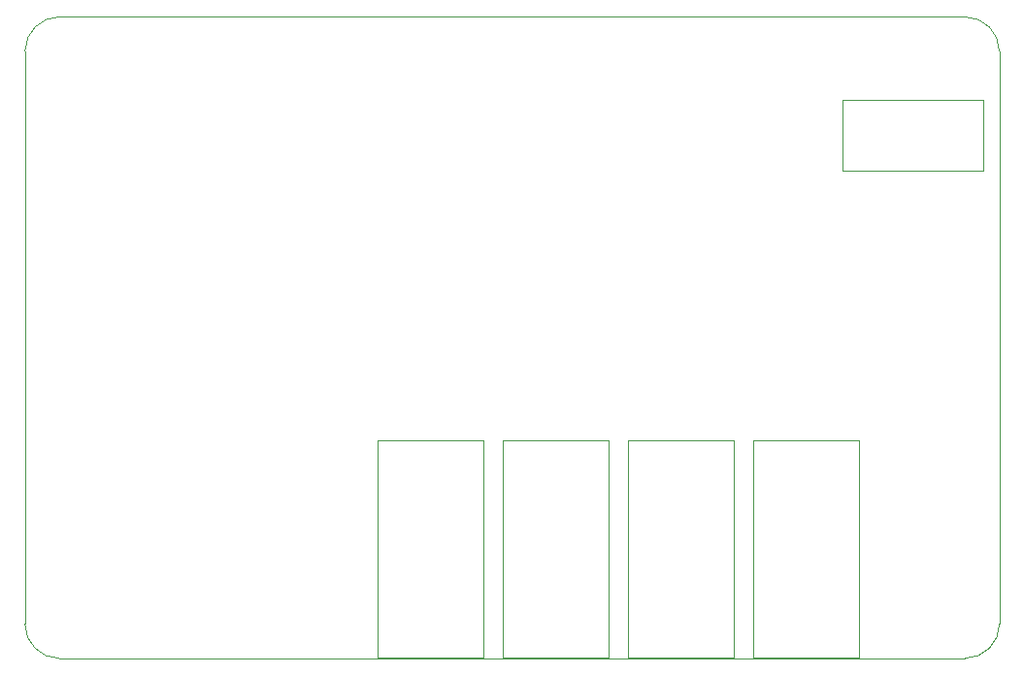
<source format=gbr>
%TF.GenerationSoftware,KiCad,Pcbnew,5.1.10-88a1d61d58~90~ubuntu20.04.1*%
%TF.CreationDate,2022-01-13T19:57:23+00:00*%
%TF.ProjectId,RPi_shield,5250695f-7368-4696-956c-642e6b696361,rev?*%
%TF.SameCoordinates,Original*%
%TF.FileFunction,Other,User*%
%FSLAX46Y46*%
G04 Gerber Fmt 4.6, Leading zero omitted, Abs format (unit mm)*
G04 Created by KiCad (PCBNEW 5.1.10-88a1d61d58~90~ubuntu20.04.1) date 2022-01-13 19:57:23*
%MOMM*%
%LPD*%
G01*
G04 APERTURE LIST*
%ADD10C,0.050000*%
%ADD11C,0.100000*%
G04 APERTURE END LIST*
D10*
%TO.C,J1*%
X104322000Y-88504000D02*
X104322000Y-69504000D01*
X104322000Y-69504000D02*
X95122000Y-69504000D01*
X95122000Y-69504000D02*
X95122000Y-88504000D01*
X95122000Y-88504000D02*
X104322000Y-88504000D01*
%TO.C,J2*%
X73278000Y-88504000D02*
X82478000Y-88504000D01*
X73278000Y-69504000D02*
X73278000Y-88504000D01*
X82478000Y-69504000D02*
X73278000Y-69504000D01*
X82478000Y-88504000D02*
X82478000Y-69504000D01*
%TO.C,J3*%
X93400000Y-88504000D02*
X93400000Y-69504000D01*
X93400000Y-69504000D02*
X84200000Y-69504000D01*
X84200000Y-69504000D02*
X84200000Y-88504000D01*
X84200000Y-88504000D02*
X93400000Y-88504000D01*
%TO.C,J4*%
X62356000Y-88504000D02*
X71556000Y-88504000D01*
X62356000Y-69504000D02*
X62356000Y-88504000D01*
X71556000Y-69504000D02*
X62356000Y-69504000D01*
X71556000Y-88504000D02*
X71556000Y-69504000D01*
D11*
%TO.C,J5*%
X31574000Y-85568000D02*
X31574000Y-35568000D01*
X34574000Y-88568000D02*
X34574000Y-88568000D01*
X113574000Y-88568000D02*
X34574000Y-88568000D01*
X116574000Y-85568000D02*
X116574000Y-85568000D01*
X116574000Y-35568000D02*
X116574000Y-85568000D01*
X113574000Y-32568000D02*
X113574000Y-32568000D01*
X34574000Y-32568000D02*
X113574000Y-32568000D01*
X31574000Y-35568000D02*
X31574000Y-35568000D01*
X34574000Y-32568000D02*
G75*
G03*
X31574000Y-35568000I0J-3000000D01*
G01*
X116574000Y-35568000D02*
G75*
G03*
X113574000Y-32568000I-3000000J0D01*
G01*
X113574000Y-88568000D02*
G75*
G03*
X116574000Y-85568000I0J3000000D01*
G01*
X31574000Y-85568000D02*
G75*
G03*
X34574000Y-88568000I3000000J0D01*
G01*
D10*
%TO.C,M1*%
X115198000Y-39856000D02*
X102848000Y-39856000D01*
X115198000Y-46006000D02*
X115198000Y-39856000D01*
X102848000Y-46006000D02*
X115198000Y-46006000D01*
X102848000Y-39856000D02*
X102848000Y-46006000D01*
%TD*%
M02*

</source>
